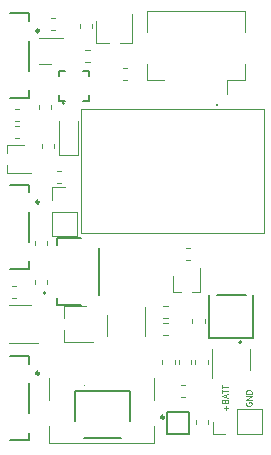
<source format=gbr>
%TF.GenerationSoftware,KiCad,Pcbnew,(5.99.0-8775-g06a515339c)*%
%TF.CreationDate,2021-02-15T16:58:29-05:00*%
%TF.ProjectId,mk2,6d6b322e-6b69-4636-9164-5f7063625858,rev?*%
%TF.SameCoordinates,Original*%
%TF.FileFunction,Legend,Top*%
%TF.FilePolarity,Positive*%
%FSLAX46Y46*%
G04 Gerber Fmt 4.6, Leading zero omitted, Abs format (unit mm)*
G04 Created by KiCad (PCBNEW (5.99.0-8775-g06a515339c)) date 2021-02-15 16:58:29*
%MOMM*%
%LPD*%
G01*
G04 APERTURE LIST*
%ADD10C,0.125000*%
%ADD11C,0.120000*%
%ADD12C,0.150000*%
%ADD13C,0.250000*%
%ADD14C,0.127000*%
%ADD15C,0.100000*%
%ADD16C,0.200000*%
G04 APERTURE END LIST*
D10*
X33750000Y-46130952D02*
X33726190Y-46178571D01*
X33726190Y-46250000D01*
X33750000Y-46321428D01*
X33797619Y-46369047D01*
X33845238Y-46392857D01*
X33940476Y-46416666D01*
X34011904Y-46416666D01*
X34107142Y-46392857D01*
X34154761Y-46369047D01*
X34202380Y-46321428D01*
X34226190Y-46250000D01*
X34226190Y-46202380D01*
X34202380Y-46130952D01*
X34178571Y-46107142D01*
X34011904Y-46107142D01*
X34011904Y-46202380D01*
X34226190Y-45892857D02*
X33726190Y-45892857D01*
X34226190Y-45607142D01*
X33726190Y-45607142D01*
X34226190Y-45369047D02*
X33726190Y-45369047D01*
X33726190Y-45250000D01*
X33750000Y-45178571D01*
X33797619Y-45130952D01*
X33845238Y-45107142D01*
X33940476Y-45083333D01*
X34011904Y-45083333D01*
X34107142Y-45107142D01*
X34154761Y-45130952D01*
X34202380Y-45178571D01*
X34226190Y-45250000D01*
X34226190Y-45369047D01*
X32035714Y-46785714D02*
X32035714Y-46404761D01*
X32226190Y-46595238D02*
X31845238Y-46595238D01*
X31964285Y-46000000D02*
X31988095Y-45928571D01*
X32011904Y-45904761D01*
X32059523Y-45880952D01*
X32130952Y-45880952D01*
X32178571Y-45904761D01*
X32202380Y-45928571D01*
X32226190Y-45976190D01*
X32226190Y-46166666D01*
X31726190Y-46166666D01*
X31726190Y-46000000D01*
X31750000Y-45952380D01*
X31773809Y-45928571D01*
X31821428Y-45904761D01*
X31869047Y-45904761D01*
X31916666Y-45928571D01*
X31940476Y-45952380D01*
X31964285Y-46000000D01*
X31964285Y-46166666D01*
X32083333Y-45690476D02*
X32083333Y-45452380D01*
X32226190Y-45738095D02*
X31726190Y-45571428D01*
X32226190Y-45404761D01*
X31726190Y-45309523D02*
X31726190Y-45023809D01*
X32226190Y-45166666D02*
X31726190Y-45166666D01*
X31726190Y-44928571D02*
X31726190Y-44642857D01*
X32226190Y-44785714D02*
X31726190Y-44785714D01*
D11*
%TO.C,R4*%
X27095267Y-39368000D02*
X26752733Y-39368000D01*
X27095267Y-40388000D02*
X26752733Y-40388000D01*
%TO.C,R13*%
X29000267Y-33018000D02*
X28657733Y-33018000D01*
X29000267Y-34038000D02*
X28657733Y-34038000D01*
%TO.C,R14*%
X29208000Y-39071733D02*
X29208000Y-39414267D01*
X30228000Y-39071733D02*
X30228000Y-39414267D01*
D12*
%TO.C,U6*%
X27075000Y-48802000D02*
X27075000Y-46952000D01*
X28925000Y-48802000D02*
X27075000Y-48802000D01*
X27075000Y-46952000D02*
X28925000Y-46952000D01*
X28925000Y-46952000D02*
X28925000Y-48802000D01*
D13*
X26807000Y-47377000D02*
G75*
G03*
X26807000Y-47377000I-125000J0D01*
G01*
D11*
%TO.C,C4*%
X15873000Y-36112267D02*
X15873000Y-35769733D01*
X16893000Y-36112267D02*
X16893000Y-35769733D01*
%TO.C,C9*%
X23666267Y-17778000D02*
X23323733Y-17778000D01*
X23666267Y-18798000D02*
X23323733Y-18798000D01*
%TO.C,C8*%
X20703000Y-14395267D02*
X20703000Y-14052733D01*
X19683000Y-14395267D02*
X19683000Y-14052733D01*
D14*
%TO.C,U4*%
X20447000Y-20574000D02*
X19977000Y-20574000D01*
X20447000Y-20574000D02*
X20447000Y-20104000D01*
X20447000Y-18034000D02*
X19977000Y-18034000D01*
X20447000Y-18034000D02*
X20447000Y-18504000D01*
X17907000Y-20574000D02*
X17907000Y-20104000D01*
X17907000Y-20574000D02*
X18377000Y-20574000D01*
X17907000Y-18034000D02*
X17907000Y-18504000D01*
X17907000Y-18034000D02*
X18377000Y-18034000D01*
D12*
X18352000Y-20804000D02*
G75*
G03*
X18352000Y-20804000I-75000J0D01*
G01*
D11*
%TO.C,R15*%
X14546267Y-23760000D02*
X14203733Y-23760000D01*
X14546267Y-22740000D02*
X14203733Y-22740000D01*
D15*
%TO.C,IC1*%
X35250000Y-21250000D02*
X35250000Y-31750000D01*
X31300000Y-20900000D02*
X31300000Y-20900000D01*
X35250000Y-31750000D02*
X19750000Y-31750000D01*
X19750000Y-31750000D02*
X19750000Y-21250000D01*
X19750000Y-21250000D02*
X35250000Y-21250000D01*
X31200000Y-20900000D02*
X31200000Y-20900000D01*
X31200000Y-20900000D02*
G75*
G02*
X31300000Y-20900000I50000J0D01*
G01*
X31300000Y-20900000D02*
G75*
G02*
X31200000Y-20900000I-50000J0D01*
G01*
D11*
%TO.C,U3*%
X34110000Y-43400000D02*
X34110000Y-41600000D01*
X30890000Y-41600000D02*
X30890000Y-44050000D01*
%TO.C,C10*%
X29490000Y-47923267D02*
X29490000Y-47580733D01*
X30510000Y-47923267D02*
X30510000Y-47580733D01*
%TO.C,D1*%
X18360000Y-39000000D02*
X18360000Y-37950000D01*
X18360000Y-37950000D02*
X20210000Y-37950000D01*
X18360000Y-41000000D02*
X18360000Y-40000000D01*
X18380000Y-41010000D02*
X20810000Y-41010000D01*
%TO.C,Q4*%
X13520000Y-26660000D02*
X13520000Y-26000000D01*
X13520000Y-25000000D02*
X13520000Y-24340000D01*
X14930000Y-24340000D02*
X13520000Y-24340000D01*
X13520000Y-26660000D02*
X15550000Y-26660000D01*
%TO.C,C20*%
X28546267Y-44617000D02*
X28203733Y-44617000D01*
X28546267Y-45637000D02*
X28203733Y-45637000D01*
%TO.C,U5*%
X22012000Y-38724000D02*
X22012000Y-40524000D01*
X25232000Y-40524000D02*
X25232000Y-38074000D01*
%TO.C,D2*%
X24116000Y-15662000D02*
X24116000Y-13232000D01*
X21056000Y-15682000D02*
X21056000Y-13832000D01*
X22106000Y-15682000D02*
X21056000Y-15682000D01*
X24106000Y-15682000D02*
X23106000Y-15682000D01*
D12*
%TO.C,SW2*%
X15375000Y-13175000D02*
X15375000Y-13825000D01*
X15375000Y-15475000D02*
X15375000Y-18025000D01*
X13775000Y-20325000D02*
X15375000Y-20325000D01*
X15375000Y-19675000D02*
X15375000Y-20325000D01*
X13775000Y-13175000D02*
X15375000Y-13175000D01*
D13*
X16220000Y-14650000D02*
G75*
G03*
X16220000Y-14650000I-125000J0D01*
G01*
D11*
%TO.C,J1*%
X25350000Y-18800000D02*
X25350000Y-17460000D01*
X32160000Y-18800000D02*
X32160000Y-20000000D01*
X26840000Y-18800000D02*
X25350000Y-18800000D01*
X25350000Y-13000000D02*
X25350000Y-14740000D01*
X33650000Y-18800000D02*
X33650000Y-17460000D01*
X32160000Y-18800000D02*
X33650000Y-18800000D01*
X33650000Y-14740000D02*
X33650000Y-13000000D01*
X33650000Y-13000000D02*
X25350000Y-13000000D01*
D14*
%TO.C,J7*%
X19240000Y-45144000D02*
X19240000Y-47674000D01*
X23940000Y-45144000D02*
X23940000Y-47674000D01*
X19240000Y-45144000D02*
X23940000Y-45144000D01*
X20020000Y-49144000D02*
X23160000Y-49144000D01*
D15*
X20040000Y-44694000D02*
G75*
G03*
X20040000Y-44694000I-50000J0D01*
G01*
D11*
%TO.C,R9*%
X30482000Y-42500733D02*
X30482000Y-42843267D01*
X29462000Y-42500733D02*
X29462000Y-42843267D01*
D14*
%TO.C,J4*%
X34350000Y-37025000D02*
X34350000Y-40625000D01*
X30650000Y-40625000D02*
X30650000Y-37025000D01*
X33700000Y-37025000D02*
X31300000Y-37025000D01*
X34350000Y-40625000D02*
X30650000Y-40625000D01*
D16*
X33350000Y-41002000D02*
G75*
G03*
X33350000Y-41002000I-100000J0D01*
G01*
D11*
%TO.C,C2*%
X17510000Y-24203733D02*
X17510000Y-24546267D01*
X16490000Y-24203733D02*
X16490000Y-24546267D01*
%TO.C,C5*%
X20148733Y-17274000D02*
X20491267Y-17274000D01*
X20148733Y-16254000D02*
X20491267Y-16254000D01*
%TO.C,BT1*%
X32000000Y-48810000D02*
X30940000Y-48810000D01*
X33000000Y-48810000D02*
X35060000Y-48810000D01*
X35060000Y-48810000D02*
X35060000Y-46690000D01*
X30940000Y-48810000D02*
X30940000Y-47750000D01*
X33000000Y-48810000D02*
X33000000Y-46690000D01*
X33000000Y-46690000D02*
X35060000Y-46690000D01*
D12*
%TO.C,SW4*%
X15375000Y-48675000D02*
X15375000Y-49325000D01*
X13775000Y-42175000D02*
X15375000Y-42175000D01*
X15375000Y-42175000D02*
X15375000Y-42825000D01*
X15375000Y-44475000D02*
X15375000Y-47025000D01*
X13775000Y-49325000D02*
X15375000Y-49325000D01*
D13*
X16220000Y-43650000D02*
G75*
G03*
X16220000Y-43650000I-125000J0D01*
G01*
D11*
%TO.C,C6*%
X17570267Y-13587000D02*
X17227733Y-13587000D01*
X17570267Y-14607000D02*
X17227733Y-14607000D01*
%TO.C,Q3*%
X29862000Y-36798000D02*
X29202000Y-36798000D01*
X29862000Y-36798000D02*
X29862000Y-34768000D01*
X28202000Y-36798000D02*
X27542000Y-36798000D01*
X27542000Y-35388000D02*
X27542000Y-36798000D01*
%TO.C,U1*%
X17253000Y-17493000D02*
X16253000Y-17493000D01*
X18253000Y-15273000D02*
X16253000Y-15273000D01*
%TO.C,Y1*%
X17950000Y-25150000D02*
X19550000Y-25150000D01*
X17950000Y-22300000D02*
X17950000Y-25150000D01*
X19550000Y-25150000D02*
X19550000Y-22300000D01*
%TO.C,J2*%
X25970000Y-49590000D02*
X25970000Y-48130000D01*
X17030000Y-44080000D02*
X17030000Y-45880000D01*
X17030000Y-49590000D02*
X17030000Y-48130000D01*
X25970000Y-49590000D02*
X17030000Y-49590000D01*
X25970000Y-44080000D02*
X25970000Y-45880000D01*
%TO.C,C7*%
X15873000Y-32467733D02*
X15873000Y-32810267D01*
X16893000Y-32467733D02*
X16893000Y-32810267D01*
%TO.C,R3*%
X27095267Y-38991000D02*
X26752733Y-38991000D01*
X27095267Y-37971000D02*
X26752733Y-37971000D01*
%TO.C,R11*%
X27688000Y-42843267D02*
X27688000Y-42500733D01*
X26668000Y-42843267D02*
X26668000Y-42500733D01*
%TO.C,R16*%
X14546267Y-22260000D02*
X14203733Y-22260000D01*
X14546267Y-21240000D02*
X14203733Y-21240000D01*
D14*
%TO.C,J5*%
X17730000Y-37302000D02*
X17730000Y-37902000D01*
X21330000Y-37052000D02*
X21330000Y-33052000D01*
X17730000Y-37902000D02*
X19780000Y-37902000D01*
X17730000Y-32802000D02*
X17730000Y-32202000D01*
X17730000Y-32202000D02*
X19780000Y-32202000D01*
D16*
X16795000Y-36857000D02*
G75*
G03*
X16795000Y-36857000I-100000J0D01*
G01*
D11*
%TO.C,C3*%
X18046267Y-26490000D02*
X17703733Y-26490000D01*
X18046267Y-27510000D02*
X17703733Y-27510000D01*
D12*
%TO.C,SW1*%
X15375000Y-34175000D02*
X15375000Y-34825000D01*
X15375000Y-29975000D02*
X15375000Y-32525000D01*
X15375000Y-27675000D02*
X15375000Y-28325000D01*
X13775000Y-34825000D02*
X15375000Y-34825000D01*
X13775000Y-27675000D02*
X15375000Y-27675000D01*
D13*
X16220000Y-29150000D02*
G75*
G03*
X16220000Y-29150000I-125000J0D01*
G01*
D11*
%TO.C,J3*%
X17355000Y-27912000D02*
X18415000Y-27912000D01*
X19475000Y-29972000D02*
X19475000Y-32032000D01*
X17355000Y-29972000D02*
X17355000Y-32032000D01*
X17355000Y-29972000D02*
X19475000Y-29972000D01*
X17355000Y-32032000D02*
X19475000Y-32032000D01*
X17355000Y-28972000D02*
X17355000Y-27912000D01*
%TO.C,R12*%
X29085000Y-42843267D02*
X29085000Y-42500733D01*
X28065000Y-42843267D02*
X28065000Y-42500733D01*
%TO.C,U2*%
X15500000Y-37840000D02*
X13700000Y-37840000D01*
X13700000Y-41060000D02*
X16150000Y-41060000D01*
%TO.C,L1*%
X13953733Y-36240000D02*
X14296267Y-36240000D01*
X13953733Y-37260000D02*
X14296267Y-37260000D01*
%TO.C,C1*%
X16240000Y-20953733D02*
X16240000Y-21296267D01*
X17260000Y-20953733D02*
X17260000Y-21296267D01*
%TD*%
M02*

</source>
